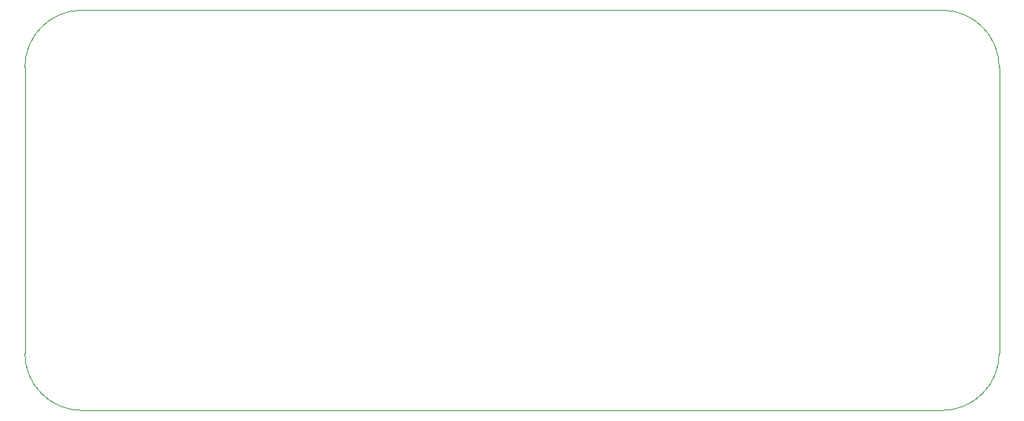
<source format=gbr>
%TF.GenerationSoftware,KiCad,Pcbnew,7.0.7-7.0.7~ubuntu22.04.1*%
%TF.CreationDate,2023-10-27T18:02:48-05:00*%
%TF.ProjectId,PSU,5053552e-6b69-4636-9164-5f7063625858,V1.0*%
%TF.SameCoordinates,Original*%
%TF.FileFunction,Profile,NP*%
%FSLAX46Y46*%
G04 Gerber Fmt 4.6, Leading zero omitted, Abs format (unit mm)*
G04 Created by KiCad (PCBNEW 7.0.7-7.0.7~ubuntu22.04.1) date 2023-10-27 18:02:48*
%MOMM*%
%LPD*%
G01*
G04 APERTURE LIST*
%TA.AperFunction,Profile*%
%ADD10C,0.100000*%
%TD*%
G04 APERTURE END LIST*
D10*
X99060000Y-85010000D02*
X99060000Y-116760000D01*
X105410000Y-78660000D02*
G75*
G03*
X99060000Y-85010000I0J-6350000D01*
G01*
X105410000Y-123110000D02*
X200660000Y-123110000D01*
X200660000Y-78660000D02*
X105410000Y-78660000D01*
X99060000Y-116760000D02*
G75*
G03*
X105410000Y-123110000I6350000J0D01*
G01*
X207010000Y-116760000D02*
X207010000Y-85010000D01*
X200660000Y-123110000D02*
G75*
G03*
X207010000Y-116760000I0J6350000D01*
G01*
X207010000Y-85010000D02*
G75*
G03*
X200660000Y-78660000I-6350000J0D01*
G01*
M02*

</source>
